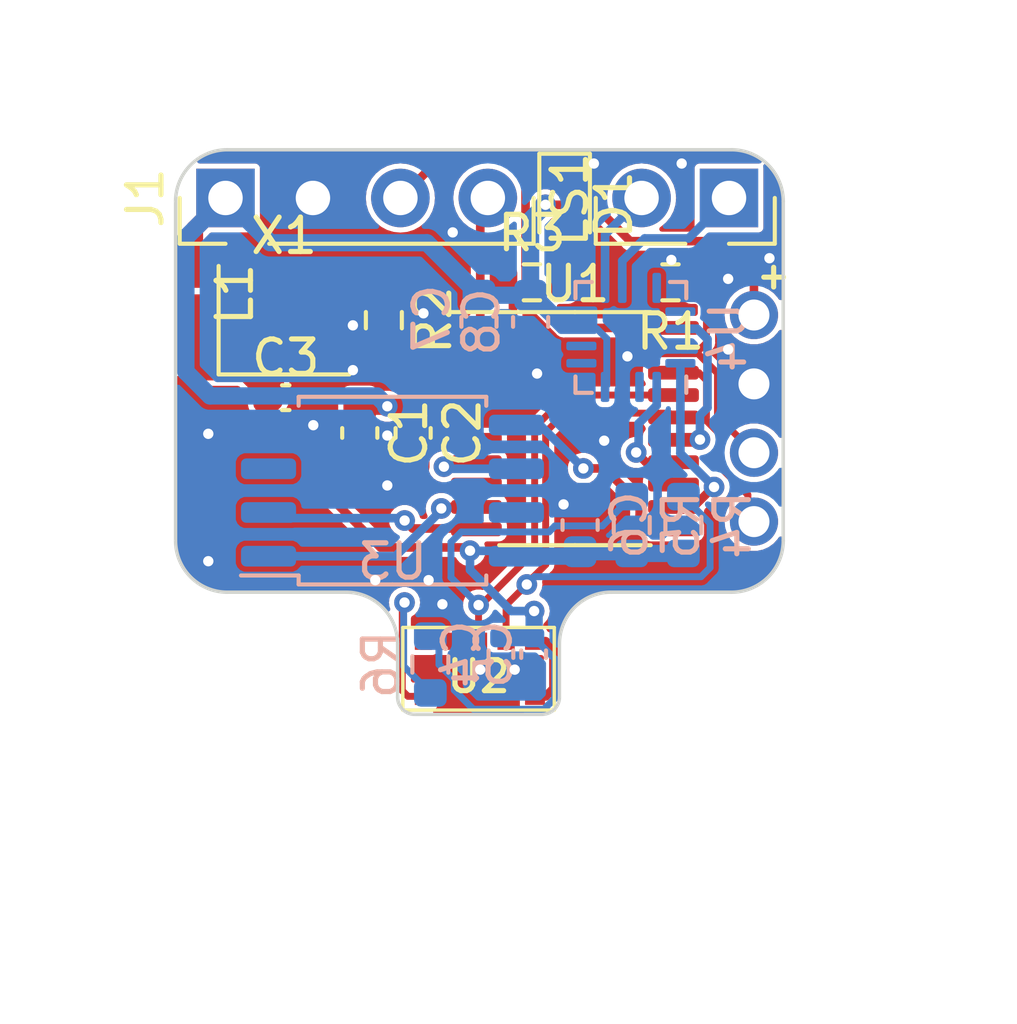
<source format=kicad_pcb>
(kicad_pcb (version 20221018) (generator pcbnew)
  (layers (0 "F.Cu" signal) (31 "B.Cu" signal) (34 "B.Paste" user) (35 "F.Paste" user) (36 "B.SilkS" user "B.Silkscreen") (37 "F.SilkS" user "F.Silkscreen") (38 "B.Mask" user) (39 "F.Mask" user) (44 "Edge.Cuts" user))
  (net 0 "")
  (net 1 "VDD")
  (net 2 "GND")
  (net 3 "Net-(X1-EN)")
  (net 4 "ACT_LED")
  (net 5 "SWCLK")
  (net 6 "SWDIO")
  (net 7 "I2C1_SCL")
  (net 8 "I2C1_SDA")
  (net 9 "Net-(U4-OUTN)")
  (net 10 "Net-(U4-OUTP)")
  (net 11 "Net-(X1-OUT)")
  (net 12 "Net-(U1-PC14{slash}PB9)")
  (net 13 "I2C2_SCL")
  (net 14 "I2C2_SDA")
  (net 15 "Net-(U2-XSHUT)")
  (net 17 "SPI2_SCK")
  (net 18 "SPI2_CSx")
  (net 20 "SPI2_MISO")
  (net 21 "SPI2_MOSI")
  (net 22 "I2S1_CK")
  (net 24 "I2S1_SD")
  (net 25 "I2S1_WS")
  (net 35 "Net-(D1-A)")
  (footprint "Capacitor_SMD:C_0402_1005Metric" (layer "F.Cu") (at 48 34.1)
    (fp_text reference "C3" (at 0 -1.16) (layer "F.SilkS"))
    (fp_text value "100n")
    (fp_line (start -0.107836 -0.36) (end 0.107836 -0.36) (stroke (width 0.12)) (layer "F.SilkS"))
    (fp_line (start -0.107836 0.36) (end 0.107836 0.36) (stroke (width 0.12)) (layer "F.SilkS"))
    (pad "1" smd roundrect (at -0.48 0) (size 0.56 0.62) (layers "F.Cu" "F.Paste" "F.Mask") (net 3 "Net-(X1-EN)"))
    (pad "2" smd roundrect (at 0.48 0) (size 0.56 0.62) (layers "F.Cu" "F.Paste" "F.Mask") (net 2 "GND"))
  )
  (footprint "Package_SO:TSSOP-20_4.4x6.5mm_P0.65mm" (layer "F.Cu") (at 56.4 35)
    (fp_text reference "U1" (at 0 -4.2) (layer "F.SilkS"))
    (fp_text value "STM32G030F6Px")
    (fp_line (start 0 -3.385) (end -3.6 -3.385) (stroke (width 0.12)) (layer "F.SilkS"))
    (fp_line (start 0 -3.385) (end 2.2 -3.385) (stroke (width 0.12)) (layer "F.SilkS"))
    (fp_line (start 0 3.385) (end -2.2 3.385) (stroke (width 0.12)) (layer "F.SilkS"))
    (fp_line (start 0 3.385) (end 2.2 3.385) (stroke (width 0.12)) (layer "F.SilkS"))
    (pad "1" smd roundrect (at -2.8625 -2.925) (size 1.475 0.4) (layers "F.Cu" "F.Paste" "F.Mask") (net 8 "I2C1_SDA"))
    (pad "2" smd roundrect (at -2.8625 -2.275) (size 1.475 0.4) (layers "F.Cu" "F.Paste" "F.Mask") (net 12 "Net-(U1-PC14{slash}PB9)"))
    (pad "3" smd roundrect (at -2.8625 -1.625) (size 1.475 0.4) (layers "F.Cu" "F.Paste" "F.Mask") (net 4 "ACT_LED"))
    (pad "4" smd roundrect (at -2.8625 -0.975) (size 1.475 0.4) (layers "F.Cu" "F.Paste" "F.Mask") (net 1 "VDD"))
    (pad "5" smd roundrect (at -2.8625 -0.325) (size 1.475 0.4) (layers "F.Cu" "F.Paste" "F.Mask") (net 2 "GND"))
    (pad "6" smd roundrect (at -2.8625 0.325) (size 1.475 0.4) (layers "F.Cu" "F.Paste" "F.Mask"))
    (pad "7" smd roundrect (at -2.8625 0.975) (size 1.475 0.4) (layers "F.Cu" "F.Paste" "F.Mask") (net 17 "SPI2_SCK"))
    (pad "8" smd roundrect (at -2.8625 1.625) (size 1.475 0.4) (layers "F.Cu" "F.Paste" "F.Mask"))
    (pad "9" smd roundrect (at -2.8625 2.275) (size 1.475 0.4) (layers "F.Cu" "F.Paste" "F.Mask") (net 18 "SPI2_CSx"))
    (pad "10" smd roundrect (at -2.8625 2.925) (size 1.475 0.4) (layers "F.Cu" "F.Paste" "F.Mask") (net 20 "SPI2_MISO"))
    (pad "11" smd roundrect (at 2.8625 2.925) (size 1.475 0.4) (layers "F.Cu" "F.Paste" "F.Mask") (net 21 "SPI2_MOSI"))
    (pad "12" smd roundrect (at 2.8625 2.275) (size 1.475 0.4) (layers "F.Cu" "F.Paste" "F.Mask") (net 22 "I2S1_CK"))
    (pad "13" smd roundrect (at 2.8625 1.625) (size 1.475 0.4) (layers "F.Cu" "F.Paste" "F.Mask"))
    (pad "14" smd roundrect (at 2.8625 0.975) (size 1.475 0.4) (layers "F.Cu" "F.Paste" "F.Mask") (net 24 "I2S1_SD"))
    (pad "15" smd roundrect (at 2.8625 0.325) (size 1.475 0.4) (layers "F.Cu" "F.Paste" "F.Mask") (net 25 "I2S1_WS"))
    (pad "16" smd roundrect (at 2.8625 -0.325) (size 1.475 0.4) (layers "F.Cu" "F.Paste" "F.Mask") (net 13 "I2C2_SCL"))
    (pad "17" smd roundrect (at 2.8625 -0.975) (size 1.475 0.4) (layers "F.Cu" "F.Paste" "F.Mask") (net 14 "I2C2_SDA"))
    (pad "18" smd roundrect (at 2.8625 -1.625) (size 1.475 0.4) (layers "F.Cu" "F.Paste" "F.Mask") (net 6 "SWDIO"))
    (pad "19" smd roundrect (at 2.8625 -2.275) (size 1.475 0.4) (layers "F.Cu" "F.Paste" "F.Mask") (net 5 "SWCLK"))
    (pad "20" smd roundrect (at 2.8625 -2.925) (size 1.475 0.4) (layers "F.Cu" "F.Paste" "F.Mask") (net 7 "I2C1_SCL"))
  )
  (footprint "Capacitor_SMD:C_0603_1608Metric" (layer "F.Cu") (at 51.7 35.125 -90)
    (fp_text reference "C2" (at 0 -1.43 90) (layer "F.SilkS"))
    (fp_text value "100n")
    (fp_line (start -0.14058 -0.51) (end 0.14058 -0.51) (stroke (width 0.12)) (layer "F.SilkS"))
    (fp_line (start -0.14058 0.51) (end 0.14058 0.51) (stroke (width 0.12)) (layer "F.SilkS"))
    (pad "1" smd roundrect (at -0.775 0 270) (size 0.9 0.95) (layers "F.Cu" "F.Paste" "F.Mask") (net 1 "VDD"))
    (pad "2" smd roundrect (at 0.775 0 270) (size 0.9 0.95) (layers "F.Cu" "F.Paste" "F.Mask") (net 2 "GND"))
  )
  (footprint "Flowerbed_footprints:VL53L0X" (layer "F.Cu") (at 53.6 42.2)
    (fp_text reference "U2" (at 0 0) (layer "F.SilkS") (effects (font (size 0.9 0.9) (thickness 0.15) bold)))
    (fp_text value "VL53L0X" hide)
    (fp_line (start -2.2 -1.425) (end 2.2 -1.425) (stroke (width 0.1)) (layer "F.SilkS"))
    (fp_line (start -2.2 0.975) (end -2.2 -1.425) (stroke (width 0.1)) (layer "F.SilkS"))
    (fp_line (start 2.2 -1.425) (end 2.2 0.975) (stroke (width 0.1)) (layer "F.SilkS"))
    (fp_line (start 2.2 0.975) (end -2.2 0.975) (stroke (width 0.1)) (layer "F.SilkS"))
    (pad "1" smd rect (at 1.64 0.575 90) (size 0.5 0.58) (layers "F.Cu" "F.Paste" "F.Mask") (net 1 "VDD"))
    (pad "2" smd rect (at 0.8 0.575 90) (size 0.5 0.5) (layers "F.Cu" "F.Paste" "F.Mask") (net 2 "GND"))
    (pad "3" smd rect (at 0 0.575 90) (size 0.5 0.5) (layers "F.Cu" "F.Paste" "F.Mask") (net 2 "GND"))
    (pad "4" smd rect (at -0.8 0.575 90) (size 0.5 0.5) (layers "F.Cu" "F.Paste" "F.Mask") (net 2 "GND"))
    (pad "5" smd rect (at -1.6 0.575 90) (size 0.5 0.5) (layers "F.Cu" "F.Paste" "F.Mask") (net 15 "Net-(U2-XSHUT)"))
    (pad "6" smd rect (at -1.6 -0.225 90) (size 0.5 0.5) (layers "F.Cu" "F.Paste" "F.Mask") (net 2 "GND"))
    (pad "7" smd rect (at -1.6 -1.025 90) (size 0.5 0.5) (layers "F.Cu" "F.Paste" "F.Mask"))
    (pad "8" smd rect (at -0.8 -1.025 90) (size 0.5 0.5) (layers "F.Cu" "F.Paste" "F.Mask"))
    (pad "9" smd rect (at 0 -1.025 90) (size 0.5 0.5) (layers "F.Cu" "F.Paste" "F.Mask") (net 14 "I2C2_SDA"))
    (pad "10" smd rect (at 0.8 -1.025 90) (size 0.5 0.5) (layers "F.Cu" "F.Paste" "F.Mask") (net 13 "I2C2_SCL"))
    (pad "11" smd rect (at 1.6 -1.025 90) (size 0.5 0.5) (layers "F.Cu" "F.Paste" "F.Mask") (net 1 "VDD"))
    (pad "12" smd rect (at 1.6 -0.225 90) (size 0.5 0.5) (layers "F.Cu" "F.Paste" "F.Mask") (net 2 "GND"))
  )
  (footprint "Resistor_SMD:R_0603_1608Metric" (layer "F.Cu") (at 50.85 31.85 -90)
    (fp_text reference "R2" (at 0 -1.43 90) (layer "F.SilkS"))
    (fp_text value "0 TBD")
    (fp_line (start -0.237258 -0.5225) (end 0.237258 -0.5225) (stroke (width 0.12)) (layer "F.SilkS"))
    (fp_line (start -0.237258 0.5225) (end 0.237258 0.5225) (stroke (width 0.12)) (layer "F.SilkS"))
    (pad "1" smd roundrect (at -0.825 0 270) (size 0.8 0.95) (layers "F.Cu" "F.Paste" "F.Mask") (net 11 "Net-(X1-OUT)"))
    (pad "2" smd roundrect (at 0.825 0 270) (size 0.8 0.95) (layers "F.Cu" "F.Paste" "F.Mask") (net 12 "Net-(U1-PC14{slash}PB9)"))
  )
  (footprint "Connector_PinHeader_2.54mm:PinHeader_1x04_P2.54mm_Vertical" (layer "F.Cu") (at 46.25 28.3 90)
    (fp_text reference "J1" (at 0 -2.33 90) (layer "F.SilkS"))
    (fp_text value "Conn_01x04")
    (fp_line (start -1.33 -1.33) (end 0 -1.33) (stroke (width 0.12)) (layer "F.SilkS"))
    (fp_line (start -1.33 0) (end -1.33 -1.33) (stroke (width 0.12)) (layer "F.SilkS"))
    (fp_line (start -1.33 1.27) (end -1.33 8.95) (stroke (width 0.12)) (layer "F.SilkS"))
    (fp_line (start -1.33 8.95) (end 0 8.95) (stroke (width 0.12)) (layer "F.SilkS"))
    (pad "1" thru_hole rect (at 0 0 90) (size 1.7 1.7) (drill 1) (layers "*.Cu" "*.Mask") (net 1 "VDD"))
    (pad "2" thru_hole oval (at 0 2.54 90) (size 1.7 1.7) (drill 1) (layers "*.Cu" "*.Mask") (net 2 "GND"))
    (pad "3" thru_hole oval (at 0 5.08 90) (size 1.7 1.7) (drill 1) (layers "*.Cu" "*.Mask") (net 7 "I2C1_SCL"))
    (pad "4" thru_hole oval (at 0 7.62 90) (size 1.7 1.7) (drill 1) (layers "*.Cu" "*.Mask") (net 8 "I2C1_SDA"))
  )
  (footprint "LED_SMD:LED_0603_1608Metric" (layer "F.Cu") (at 56.1 28.5 -90)
    (fp_text reference "D1" (at 0 -1.43 -270) (layer "F.SilkS"))
    (fp_text value "Green")
    (fp_line (start -1.485 -0.735) (end -1.485 0.735) (stroke (width 0.12)) (layer "F.SilkS"))
    (fp_line (start -1.485 0.735) (end 0.8 0.735) (stroke (width 0.12)) (layer "F.SilkS"))
    (fp_line (start 0.8 -0.735) (end -1.485 -0.735) (stroke (width 0.12)) (layer "F.SilkS"))
    (pad "1" smd roundrect (at -0.7875 0 270) (size 0.875 0.95) (layers "F.Cu" "F.Paste" "F.Mask") (net 2 "GND"))
    (pad "2" smd roundrect (at 0.7875 0 270) (size 0.875 0.95) (layers "F.Cu" "F.Paste" "F.Mask") (net 35 "Net-(D1-A)"))
  )
  (footprint "Flowerbed_footprints:TestPoints_1x04_P2.0" (layer "F.Cu") (at 61.6 34.7 -90)
    (fp_text reference "J2" hide)
    (fp_text value "Conn_01x04")
    (fp_text user "+" (at -4.1 -0.625 -90 unlocked) (layer "F.SilkS") (effects (font (size 0.75 0.75))))
    (pad "1" thru_hole circle (at -3 0 270) (size 1.4 1.4) (drill 0.9) (layers "*.Cu" "*.Mask") (net 1 "VDD"))
    (pad "2" thru_hole circle (at -1 0 270) (size 1.4 1.4) (drill 0.9) (layers "*.Cu" "*.Mask") (net 2 "GND"))
    (pad "3" thru_hole circle (at 1 0 270) (size 1.4 1.4) (drill 0.9) (layers "*.Cu" "*.Mask") (net 5 "SWCLK"))
    (pad "4" thru_hole circle (at 3 0 270) (size 1.4 1.4) (drill 0.9) (layers "*.Cu" "*.Mask") (net 6 "SWDIO"))
  )
  (footprint "Capacitor_SMD:C_0603_1608Metric" (layer "F.Cu") (at 50.15 35.125 -90)
    (fp_text reference "C1" (at 0 -1.43 90) (layer "F.SilkS"))
    (fp_text value "4.7u")
    (fp_line (start -0.14058 -0.51) (end 0.14058 -0.51) (stroke (width 0.12)) (layer "F.SilkS"))
    (fp_line (start -0.14058 0.51) (end 0.14058 0.51) (stroke (width 0.12)) (layer "F.SilkS"))
    (pad "1" smd roundrect (at -0.775 0 270) (size 0.9 0.95) (layers "F.Cu" "F.Paste" "F.Mask") (net 1 "VDD"))
    (pad "2" smd roundrect (at 0.775 0 270) (size 0.9 0.95) (layers "F.Cu" "F.Paste" "F.Mask") (net 2 "GND"))
  )
  (footprint "Connector_PinHeader_2.54mm:PinHeader_1x02_P2.54mm_Vertical" (layer "F.Cu") (at 60.875 28.3 -90)
    (fp_text reference "LS1" (at 0.05 4.625 90) (layer "F.SilkS"))
    (fp_text value "Speaker")
    (fp_line (start 0 3.87) (end 1.33 3.87) (stroke (width 0.12)) (layer "F.SilkS"))
    (fp_line (start 1.33 -1.33) (end 0 -1.33) (stroke (width 0.12)) (layer "F.SilkS"))
    (fp_line (start 1.33 0) (end 1.33 -1.33) (stroke (width 0.12)) (layer "F.SilkS"))
    (fp_line (start 1.33 1.27) (end 1.33 3.87) (stroke (width 0.12)) (layer "F.SilkS"))
    (pad "1" thru_hole rect (at 0 0 270) (size 1.7 1.7) (drill 1) (layers "*.Cu" "*.Mask") (net 9 "Net-(U4-OUTN)"))
    (pad "2" thru_hole oval (at 0 2.54 270) (size 1.7 1.7) (drill 1) (layers "*.Cu" "*.Mask") (net 10 "Net-(U4-OUTP)"))
  )
  (footprint "Resistor_SMD:R_0603_1608Metric" (layer "F.Cu") (at 59.175 30.75 180)
    (fp_text reference "R1" (at 0 -1.43) (layer "F.SilkS"))
    (fp_text value "1M")
    (fp_line (start -0.237258 -0.5225) (end 0.237258 -0.5225) (stroke (width 0.12)) (layer "F.SilkS"))
    (fp_line (start -0.237258 0.5225) (end 0.237258 0.5225) (stroke (width 0.12)) (layer "F.SilkS"))
    (pad "1" smd roundrect (at -0.825 0 180) (size 0.8 0.95) (layers "F.Cu" "F.Paste" "F.Mask") (net 5 "SWCLK"))
    (pad "2" smd roundrect (at 0.825 0 180) (size 0.8 0.95) (layers "F.Cu" "F.Paste" "F.Mask") (net 2 "GND"))
  )
  (footprint "Resistor_SMD:R_0603_1608Metric" (layer "F.Cu") (at 55.15 30.75)
    (fp_text reference "R3" (at 0 -1.43) (layer "F.SilkS"))
    (fp_text value "2k TBD")
    (fp_line (start -0.237258 -0.5225) (end 0.237258 -0.5225) (stroke (width 0.12)) (layer "F.SilkS"))
    (fp_line (start -0.237258 0.5225) (end 0.237258 0.5225) (stroke (width 0.12)) (layer "F.SilkS"))
    (pad "1" smd roundrect (at -0.825 0) (size 0.8 0.95) (layers "F.Cu" "F.Paste" "F.Mask") (net 4 "ACT_LED"))
    (pad "2" smd roundrect (at 0.825 0) (size 0.8 0.95) (layers "F.Cu" "F.Paste" "F.Mask") (net 35 "Net-(D1-A)"))
  )
  (footprint "Inductor_SMD:L_0402_1005Metric" (layer "F.Cu") (at 45.35 31.1 -90)
    (fp_text reference "L1" (at 0 -1.17 90) (layer "F.SilkS"))
    (fp_text value "10n")
    (pad "1" smd roundrect (at -0.485 0 270) (size 0.59 0.64) (layers "F.Cu" "F.Paste" "F.Mask") (net 1 "VDD"))
    (pad "2" smd roundrect (at 0.485 0 270) (size 0.59 0.64) (layers "F.Cu" "F.Paste" "F.Mask") (net 3 "Net-(X1-EN)"))
  )
  (footprint "Oscillator:Oscillator_SMD_Abracon_ASE-4Pin_3.2x2.5mm" (layer "F.Cu") (at 47.95 31.85)
    (fp_text reference "X1" (at 0 -2.45) (layer "F.SilkS"))
    (fp_text value "12.288MHz")
    (fp_line (start -1.9 -1.575) (end -1.9 1.575) (stroke (width 0.12)) (layer "F.SilkS"))
    (fp_line (start -1.9 1.575) (end 1.9 1.575) (stroke (width 0.12)) (layer "F.SilkS"))
    (pad "1" smd rect (at -1.05 0.825) (size 1.3 1.1) (layers "F.Cu" "F.Paste" "F.Mask") (net 3 "Net-(X1-EN)"))
    (pad "2" smd rect (at 1.05 0.825) (size 1.3 1.1) (layers "F.Cu" "F.Paste" "F.Mask") (net 2 "GND"))
    (pad "3" smd rect (at 1.05 -0.825) (size 1.3 1.1) (layers "F.Cu" "F.Paste" "F.Mask") (net 11 "Net-(X1-OUT)"))
    (pad "4" smd rect (at -1.05 -0.825) (size 1.3 1.1) (layers "F.Cu" "F.Paste" "F.Mask") (net 3 "Net-(X1-EN)"))
  )
  (footprint "Package_SO:SOIC-8_5.23x5.23mm_P1.27mm" (layer "B.Cu") (at 51.1 36.8)
    (fp_text reference "U3" (at 0 2.06) (layer "B.SilkS") (effects (justify mirror)))
    (fp_text value "W25Q16JVSS")
    (fp_line (start -2.725 -2.725) (end -2.725 -2.465) (stroke (width 0.12)) (layer "B.SilkS"))
    (fp_line (start -2.725 2.465) (end -4.4 2.465) (stroke (width 0.12)) (layer "B.SilkS"))
    (fp_line (start -2.725 2.725) (end -2.725 2.465) (stroke (width 0.12)) (layer "B.SilkS"))
    (fp_line (start 0 -2.725) (end -2.725 -2.725) (stroke (width 0.12)) (layer "B.SilkS"))
    (fp_line (start 0 -2.725) (end 2.725 -2.725) (stroke (width 0.12)) (layer "B.SilkS"))
    (fp_line (start 0 2.725) (end -2.725 2.725) (stroke (width 0.12)) (layer "B.SilkS"))
    (fp_line (start 0 2.725) (end 2.725 2.725) (stroke (width 0.12)) (layer "B.SilkS"))
    (fp_line (start 2.725 -2.725) (end 2.725 -2.465) (stroke (width 0.12)) (layer "B.SilkS"))
    (fp_line (start 2.725 2.725) (end 2.725 2.465) (stroke (width 0.12)) (layer "B.SilkS"))
    (pad "1" smd roundrect (at -3.6 1.905) (size 1.6 0.6) (layers "B.Cu" "B.Paste" "B.Mask") (net 18 "SPI2_CSx"))
    (pad "2" smd roundrect (at -3.6 0.635) (size 1.6 0.6) (layers "B.Cu" "B.Paste" "B.Mask") (net 20 "SPI2_MISO"))
    (pad "3" smd roundrect (at -3.6 -0.635) (size 1.6 0.6) (layers "B.Cu" "B.Paste" "B.Mask"))
    (pad "4" smd roundrect (at -3.6 -1.905) (size 1.6 0.6) (layers "B.Cu" "B.Paste" "B.Mask") (net 2 "GND"))
    (pad "5" smd roundrect (at 3.6 -1.905) (size 1.6 0.6) (layers "B.Cu" "B.Paste" "B.Mask") (net 21 "SPI2_MOSI"))
    (pad "6" smd roundrect (at 3.6 -0.635) (size 1.6 0.6) (layers "B.Cu" "B.Paste" "B.Mask") (net 17 "SPI2_SCK"))
    (pad "7" smd roundrect (at 3.6 0.635) (size 1.6 0.6) (layers "B.Cu" "B.Paste" "B.Mask"))
    (pad "8" smd roundrect (at 3.6 1.905) (size 1.6 0.6) (layers "B.Cu" "B.Paste" "B.Mask") (net 1 "VDD"))
  )
  (footprint "Resistor_SMD:R_0603_1608Metric" (layer "B.Cu") (at 59.55 37.8 90)
    (fp_text reference "R4" (at 0 1.43 90) (layer "B.SilkS") (effects (justify mirror)))
    (fp_text value "2k")
    (fp_line (start -0.237258 -0.5225) (end 0.237258 -0.5225) (stroke (width 0.12)) (layer "B.SilkS"))
    (fp_line (start -0.237258 0.5225) (end 0.237258 0.5225) (stroke (width 0.12)) (layer "B.SilkS"))
    (pad "1" smd roundrect (at -0.825 0 90) (size 0.8 0.95) (layers "B.Cu" "B.Paste" "B.Mask") (net 1 "VDD"))
    (pad "2" smd roundrect (at 0.825 0 90) (size 0.8 0.95) (layers "B.Cu" "B.Paste" "B.Mask") (net 13 "I2C2_SCL"))
  )
  (footprint "Capacitor_SMD:C_0603_1608Metric" (layer "B.Cu") (at 56.55 37.8 90)
    (fp_text reference "C6" (at 0 1.43 90) (layer "B.SilkS") (effects (justify mirror)))
    (fp_text value "100n")
    (fp_line (start -0.14058 -0.51) (end 0.14058 -0.51) (stroke (width 0.12)) (layer "B.SilkS"))
    (fp_line (start -0.14058 0.51) (end 0.14058 0.51) (stroke (width 0.12)) (layer "B.SilkS"))
    (pad "1" smd roundrect (at -0.775 0 90) (size 0.9 0.95) (layers "B.Cu" "B.Paste" "B.Mask") (net 1 "VDD"))
    (pad "2" smd roundrect (at 0.775 0 90) (size 0.9 0.95) (layers "B.Cu" "B.Paste" "B.Mask") (net 2 "GND"))
  )
  (footprint "Resistor_SMD:R_0603_1608Metric" (layer "B.Cu") (at 52.2 41.85 -90)
    (fp_text reference "R6" (at 0 1.43 90) (layer "B.SilkS") (effects (justify mirror)))
    (fp_text value "10k")
    (fp_line (start -0.237258 -0.5225) (end 0.237258 -0.5225) (stroke (width 0.12)) (layer "B.SilkS"))
    (fp_line (start -0.237258 0.5225) (end 0.237258 0.5225) (stroke (width 0.12)) (layer "B.SilkS"))
    (pad "1" smd roundrect (at -0.825 0 270) (size 0.8 0.95) (layers "B.Cu" "B.Paste" "B.Mask") (net 1 "VDD"))
    (pad "2" smd roundrect (at 0.825 0 270) (size 0.8 0.95) (layers "B.Cu" "B.Paste" "B.Mask") (net 15 "Net-(U2-XSHUT)"))
  )
  (footprint "Capacitor_SMD:C_0402_1005Metric" (layer "B.Cu") (at 54.25 41.55 -90)
    (fp_text reference "C4" (at 0 1.16 90) (layer "B.SilkS") (effects (justify mirror)))
    (fp_text value "4.7u")
    (fp_line (start -0.107836 -0.36) (end 0.107836 -0.36) (stroke (width 0.12)) (layer "B.SilkS"))
    (fp_line (start -0.107836 0.36) (end 0.107836 0.36) (stroke (width 0.12)) (layer "B.SilkS"))
    (pad "1" smd roundrect (at -0.48 0 270) (size 0.56 0.62) (layers "B.Cu" "B.Paste" "B.Mask") (net 1 "VDD"))
    (pad "2" smd roundrect (at 0.48 0 270) (size 0.56 0.62) (layers "B.Cu" "B.Paste" "B.Mask") (net 2 "GND"))
  )
  (footprint "Capacitor_SMD:C_0603_1608Metric" (layer "B.Cu") (at 53.6125 31.9 -90)
    (fp_text reference "C7" (at -0.1 1.375 90) (layer "B.SilkS") (effects (justify mirror)))
    (fp_text value "10u")
    (fp_line (start -0.14058 -0.51) (end 0.14058 -0.51) (stroke (width 0.12)) (layer "B.SilkS"))
    (fp_line (start -0.14058 0.51) (end 0.14058 0.51) (stroke (width 0.12)) (layer "B.SilkS"))
    (pad "1" smd roundrect (at -0.775 0 270) (size 0.9 0.95) (layers "B.Cu" "B.Paste" "B.Mask") (net 1 "VDD"))
    (pad "2" smd roundrect (at 0.775 0 270) (size 0.9 0.95) (layers "B.Cu" "B.Paste" "B.Mask") (net 2 "GND"))
  )
  (footprint "Flowerbed_footprints:QFN-16_3x3mm_P0.5mm" (layer "B.Cu") (at 58.025 32.35 90)
    (fp_text reference "U4" (at 0 2.82 270) (layer "B.SilkS") (effects (justify mirror)))
    (fp_text value "MAX98357AETE+")
    (fp_line (start -1.61 -1.61) (end -1.61 -1.135) (stroke (width 0.12)) (layer "B.SilkS"))
    (fp_line (start -1.135 -1.61) (end -1.61 -1.61) (stroke (width 0.12)) (layer "B.SilkS"))
    (fp_line (start -1.135 1.61) (end -1.61 1.61) (stroke (width 0.12)) (layer "B.SilkS"))
    (fp_line (start 1.135 -1.61) (end 1.61 -1.61) (stroke (width 0.12)) (layer "B.SilkS"))
    (fp_line (start 1.135 1.61) (end 1.61 1.61) (stroke (width 0.12)) (layer "B.SilkS"))
    (fp_line (start 1.61 -1.61) (end 1.61 -1.135) (stroke (width 0.12)) (layer "B.SilkS"))
    (fp_line (start 1.61 1.61) (end 1.61 1.135) (stroke (width 0.12)) (layer "B.SilkS"))
    (pad "1" smd roundrect (at -1.4375 0.75 90) (size 0.875 0.25) (layers "B.Cu" "B.Paste" "B.Mask") (net 24 "I2S1_SD"))
    (pad "2" smd roundrect (at -1.4375 0.25 90) (size 0.875 0.25) (layers "B.Cu" "B.Paste" "B.Mask"))
    (pad "3" smd roundrect (at -1.4375 -0.25 90) (size 0.875 0.25) (layers "B.Cu" "B.Paste" "B.Mask") (net 2 "GND"))
    (pad "4" smd roundrect (at -1.4375 -0.75 90) (size 0.875 0.25) (layers "B.Cu" "B.Paste" "B.Mask") (net 1 "VDD"))
    (pad "5" smd roundrect (at -0.75 -1.4375 90) (size 0.25 0.875) (layers "B.Cu" "B.Paste" "B.Mask"))
    (pad "6" smd roundrect (at -0.25 -1.4375 90) (size 0.25 0.875) (layers "B.Cu" "B.Paste" "B.Mask"))
    (pad "7" smd roundrect (at 0.25 -1.4375 90) (size 0.25 0.875) (layers "B.Cu" "B.Paste" "B.Mask") (net 1 "VDD"))
    (pad "8" smd roundrect (at 0.75 -1.4375 90) (size 0.25 0.875) (layers "B.Cu" "B.Paste" "B.Mask") (net 1 "VDD"))
    (pad "9" smd roundrect (at 1.4375 -0.75 90) (size 0.875 0.25) (layers "B.Cu" "B.Paste" "B.Mask") (net 10 "Net-(U4-OUTP)"))
    (pad "10" smd roundrect (at 1.4375 -0.25 90) (size 0.875 0.25) (layers "B.Cu" "B.Paste" "B.Mask") (net 9 "Net-(U4-OUTN)"))
    (pad "11" smd roundrect (at 1.4375 0.25 90) (size 0.875 0.25) (layers "B.Cu" "B.Paste" "B.Mask") (net 2 "GND"))
    (pad "12" smd roundrect (at 1.4375 0.75 90) (size 0.875 0.25) (layers "B.Cu" "B.Paste" "B.Mask"))
    (pad "13" smd roundrect (at 0.75 1.4375 90) (size 0.25 0.875) (layers "B.Cu" "B.Paste" "B.Mask"))
    (pad "14" smd roundrect (at 0.25 1.4375 90) (size 0.25 0.875) (layers "B.Cu" "B.Paste" "B.Mask") (net 25 "I2S1_WS"))
    (pad "15" smd roundrect (at -0.25 1.4375 90) (size 0.25 0.875) (layers "B.Cu" "B.Paste" "B.Mask") (net 2 "GND"))
    (pad "16" smd roundrect (at -0.75 1.4375 90) (size 0.25 0.875) (layers "B.Cu" "B.Paste" "B.Mask") (net 22 "I2S1_CK"))
    (pad "17" smd roundrect (at 0 0 90) (size 0.5 0.5) (layers "B.Cu" "B.Paste" "B.Mask") (net 2 "GND"))
  )
  (footprint "Resistor_SMD:R_0603_1608Metric" (layer "B.Cu") (at 58.05 37.8 90)
    (fp_text reference "R5" (at 0 1.43 90) (layer "B.SilkS") (effects (justify mirror)))
    (fp_text value "2k")
    (fp_line (start -0.237258 -0.5225) (end 0.237258 -0.5225) (stroke (width 0.12)) (layer "B.SilkS"))
    (fp_line (start -0.237258 0.5225) (end 0.237258 0.5225) (stroke (width 0.12)) (layer "B.SilkS"))
    (pad "1" smd roundrect (at -0.825 0 90) (size 0.8 0.95) (layers "B.Cu" "B.Paste" "B.Mask") (net 1 "VDD"))
    (pad "2" smd roundrect (at 0.825 0 90) (size 0.8 0.95) (layers "B.Cu" "B.Paste" "B.Mask") (net 14 "I2C2_SDA"))
  )
  (footprint "Capacitor_SMD:C_0402_1005Metric" (layer "B.Cu") (at 55.2 41.55 -90)
    (fp_text reference "C5" (at 0 1.16 90) (layer "B.SilkS") (effects (justify mirror)))
    (fp_text value "100n")
    (fp_line (start -0.107836 -0.36) (end 0.107836 -0.36) (stroke (width 0.12)) (layer "B.SilkS"))
    (fp_line (start -0.107836 0.36) (end 0.107836 0.36) (stroke (width 0.12)) (layer "B.SilkS"))
    (pad "1" smd roundrect (at -0.48 0 270) (size 0.56 0.62) (layers "B.Cu" "B.Paste" "B.Mask") (net 1 "VDD"))
    (pad "2" smd roundrect (at 0.48 0 270) (size 0.56 0.62) (layers "B.Cu" "B.Paste" "B.Mask") (net 2 "GND"))
  )
  (footprint "Capacitor_SMD:C_0603_1608Metric" (layer "B.Cu") (at 55.1125 31.9 -90)
    (fp_text reference "C8" (at 0 1.43 90) (layer "B.SilkS") (effects (justify mirror)))
    (fp_text value "100n")
    (fp_line (start -0.14058 -0.51) (end 0.14058 -0.51) (stroke (width 0.12)) (layer "B.SilkS"))
    (fp_line (start -0.14058 0.51) (end 0.14058 0.51) (stroke (width 0.12)) (layer "B.SilkS"))
    (pad "1" smd roundrect (at -0.775 0 270) (size 0.9 0.95) (layers "B.Cu" "B.Paste" "B.Mask") (net 1 "VDD"))
    (pad "2" smd roundrect (at 0.775 0 270) (size 0.9 0.95) (layers "B.Cu" "B.Paste" "B.Mask") (net 2 "GND"))
  )
  (gr_arc (start 44.8 28.4) (mid 45.23934 27.33934) (end 46.3 26.9) (stroke (width 0.1)) (layer "Edge.Cuts"))
  (gr_arc (start 46.3 39.75) (mid 45.23934 39.31066) (end 44.8 38.25) (stroke (width 0.1)) (layer "Edge.Cuts"))
  (gr_line (start 51.75 43.3) (end 55.45 43.3) (stroke (width 0.1)) (layer "Edge.Cuts"))
  (gr_line (start 57.45 39.75) (end 60.95 39.75) (stroke (width 0.1)) (layer "Edge.Cuts"))
  (gr_line (start 51.25 41.25) (end 51.25 42.8) (stroke (width 0.1)) (layer "Edge.Cuts"))
  (gr_line (start 55.95 41.25) (end 55.95 42.8) (stroke (width 0.1)) (layer "Edge.Cuts"))
  (gr_arc (start 51.75 43.3) (mid 51.396447 43.153553) (end 51.25 42.8) (stroke (width 0.1)) (layer "Edge.Cuts"))
  (gr_line (start 46.3 26.9) (end 60.95 26.9) (stroke (width 0.1)) (layer "Edge.Cuts"))
  (gr_line (start 46.3 39.75) (end 49.75 39.75) (stroke (width 0.1)) (layer "Edge.Cuts"))
  (gr_arc (start 49.75 39.75) (mid 50.81066 40.18934) (end 51.25 41.25) (stroke (width 0.1)) (layer "Edge.Cuts"))
  (gr_line (start 44.8 28.4) (end 44.8 38.25) (stroke (width 0.1)) (layer "Edge.Cuts"))
  (gr_arc (start 55.95 41.25) (mid 56.38934 40.18934) (end 57.45 39.75) (stroke (width 0.1)) (layer "Edge.Cuts"))
  (gr_arc (start 62.45 38.25) (mid 62.01066 39.31066) (end 60.95 39.75) (stroke (width 0.1)) (layer "Edge.Cuts"))
  (gr_arc (start 60.95 26.9) (mid 62.01066 27.33934) (end 62.45 28.4) (stroke (width 0.1)) (layer "Edge.Cuts"))
  (gr_line (start 62.45 28.4) (end 62.45 38.25) (stroke (width 0.1)) (layer "Edge.Cuts"))
  (gr_arc (start 55.95 42.796447) (mid 55.803553 43.15) (end 55.45 43.296447) (stroke (width 0.1)) (layer "Edge.Cuts"))
  (segment (start 55.55 42.775) (end 55.24 42.775) (width 0.25) (layer "F.Cu") (net 1))
  (segment (start 55.775 42.55) (end 55.55 42.775) (width 0.25) (layer "F.Cu") (net 1))
  (segment (start 60.7045 29.5545) (end 61.6 30.45) (width 0.25) (layer "F.Cu") (net 1))
  (segment (start 45.35 29.2) (end 46.25 28.3) (width 0.5) (layer "F.Cu") (net 1))
  (segment (start 50.75 38.45) (end 49.4 37.1) (width 0.25) (layer "F.Cu") (net 1))
  (segment (start 52.025 34.025) (end 53.5375 34.025) (width 0.5) (layer "F.Cu") (net 1))
  (segment (start 50.95 34.35) (end 51.7 34.35) (width 0.5) (layer "F.Cu") (net 1))
  (segment (start 61.6 30.45) (end 61.6 31.7) (width 0.25) (layer "F.Cu") (net 1))
  (segment (start 53.257593 38.45) (end 50.75 38.45) (width 0.25) (layer "F.Cu") (net 1))
  (segment (start 49.4 35.1) (end 50.15 34.35) (width 0.25) (layer "F.Cu") (net 1))
  (segment (start 58.0045 29.5545) (end 60.7045 29.5545) (width 0.25) (layer "F.Cu") (net 1))
  (segment (start 55.2 41.175) (end 55.55 41.175) (width 0.25) (layer "F.Cu") (net 1))
  (segment (start 56.948021 28.498021) (end 58.0045 29.5545) (width 0.25) (layer "F.Cu") (net 1))
  (segment (start 55.214425 40.298059) (end 55.2 40.312484) (width 0.25) (layer "F.Cu") (net 1))
  (segment (start 55.775 41.4) (end 55.775 42.55) (width 0.25) (layer "F.Cu") (net 1))
  (segment (start 50.95 34.35) (end 50.15 34.35) (width 0.5) (layer "F.Cu") (net 1))
  (segment (start 53.352093 38.5445) (end 53.257593 38.45) (width 0.25) (layer "F.Cu") (net 1))
  (segment (start 49.4 37.1) (end 49.4 35.1) (width 0.25) (layer "F.Cu") (net 1))
  (segment (start 55.2 40.312484) (end 55.2 41.175) (width 0.25) (layer "F.Cu") (net 1))
  (segment (start 55.544233 28.498021) (end 56.948021 28.498021) (width 0.25) (layer "F.Cu") (net 1))
  (segment (start 51.7 34.35) (end 52.025 34.025) (width 0.5) (layer "F.Cu") (net 1))
  (segment (start 45.35 30.615) (end 45.35 29.2) (width 0.5) (layer "F.Cu") (net 1))
  (segment (start 55.55 41.175) (end 55.775 41.4) (width 0.25) (layer "F.Cu") (net 1))
  (via (at 53.352093 38.5445) (size 0.6) (drill 0.3) (layers "F.Cu" "B.Cu") (net 1))
  (via (at 55.214425 40.298059) (size 0.6) (drill 0.3) (layers "F.Cu" "B.Cu") (net 1))
  (via (at 50.95 34.35) (size 0.6) (drill 0.3) (layers "F.Cu" "B.Cu") (net 1))
  (via (at 55.544233 28.498021) (size 0.6) (drill 0.3) (layers "F.Cu" "B.Cu") (net 1))
  (segment (start 54.25 41.07) (end 55.2 41.07) (width 0.5) (layer "B.Cu") (net 1))
  (segment (start 52.45 41.275) (end 52.2 41.025) (width 0.2) (layer "B.Cu") (net 1))
  (segment (start 54.545 38.55) (end 54.7 38.705) (width 0.25) (layer "B.Cu") (net 1))
  (segment (start 45.1 33.35) (end 45.1 29.45) (width 0.5) (layer "B.Cu") (net 1))
  (segment (start 55.81 42.84) (end 55.5 43.15) (width 0.2) (layer "B.Cu") (net 1))
  (segment (start 55.544233 28.498021) (end 55.1125 28.929754) (width 0.5) (layer "B.Cu") (net 1))
  (segment (start 47.55 29.6) (end 52.1 29.6) (width 0.5) (layer "B.Cu") (net 1))
  (segment (start 55.214425 40.298059) (end 55.214425 41.060575) (width 0.5) (layer "B.Cu") (net 1))
  (segment (start 50.95 34.35) (end 50.65 34.05) (width 0.5) (layer "B.Cu") (net 1))
  (segment (start 55.1125 28.929754) (end 55.1125 31.125) (width 0.5) (layer "B.Cu") (net 1))
  (segment (start 57.325 33.7375) (end 57.275 33.7875) (width 0.2) (layer "B.Cu") (net 1))
  (segment (start 55.2 41.07) (end 55.81 41.68) (width 0.2) (layer "B.Cu") (net 1))
  (segment (start 53.352093 38.5445) (end 53.357593 38.55) (width 0.25) (layer "B.Cu") (net 1))
  (segment (start 45.1 29.45) (end 46.25 28.3) (width 0.5) (layer "B.Cu") (net 1))
  (segment (start 56.5875 32.1) (end 57.039386 32.1) (width 0.2) (layer "B.Cu") (net 1))
  (segment (start 57.325 32.385614) (end 57.325 33.7375) (width 0.2) (layer "B.Cu") (net 1))
  (segment (start 53.357593 38.55) (end 54.545 38.55) (width 0.25) (layer "B.Cu") (net 1))
  (segment (start 53.352093 39.102093) (end 54.548059 40.298059) (width 0.25) (layer "B.Cu") (net 1))
  (segment (start 55.65 31.6) (end 55.175 31.125) (width 0.5) (layer "B.Cu") (net 1))
  (segment (start 54.548059 40.298059) (end 55.214425 40.298059) (width 0.25) (layer "B.Cu") (net 1))
  (segment (start 53.45 43.15) (end 52.895 42.595) (width 0.2) (layer "B.Cu") (net 1))
  (segment (start 52.45 41.850488) (end 52.45 41.275) (width 0.2) (layer "B.Cu") (net 1))
  (segment (start 46.25 28.3) (end 47.55 29.6) (width 0.5) (layer "B.Cu") (net 1))
  (segment (start 50.65 34.05) (end 45.8 34.05) (width 0.5) (layer "B.Cu") (net 1))
  (segment (start 52.895 42.295488) (end 52.45 41.850488) (width 0.2) (layer "B.Cu") (net 1))
  (segment (start 53.6125 31.1125) (end 53.6125 31.125) (width 0.5) (layer "B.Cu") (net 1))
  (segment (start 56.5875 31.6) (end 55.65 31.6) (width 0.25) (layer "B.Cu") (net 1))
  (segment (start 53.352093 38.5445) (end 53.352093 39.102093) (width 0.25) (layer "B.Cu") (net 1))
  (segment (start 55.214425 41.060575) (end 55.2 41.075) (width 0.5) (layer "B.Cu") (net 1))
  (segment (start 52.1 29.6) (end 53.6125 31.1125) (width 0.5) (layer "B.Cu") (net 1))
  (segment (start 55.5 43.15) (end 53.45 43.15) (width 0.2) (layer "B.Cu") (net 1))
  (segment (start 57.039386 32.1) (end 57.325 32.385614) (width 0.2) (layer "B.Cu") (net 1))
  (segment (start 52.895 42.595) (end 52.895 42.295488) (width 0.2) (layer "B.Cu") (net 1))
  (segment (start 56.55 38.575) (end 58 38.575) (width 0.5) (layer "B.Cu") (net 1))
  (segment (start 53.6125 31.125) (end 55.1125 31.125) (width 0.5) (layer "B.Cu") (net 1))
  (segment (start 56.42 38.705) (end 54.7 38.705) (width 0.5) (layer "B.Cu") (net 1))
  (segment (start 55.81 41.68) (end 55.81 42.84) (width 0.2) (layer "B.Cu") (net 1))
  (segment (start 45.8 34.05) (end 45.1 33.35) (width 0.5) (layer "B.Cu") (net 1))
  (segment (start 55.175 31.125) (end 55.1125 31.125) (width 0.25) (layer "B.Cu") (net 1))
  (segment (start 58 38.575) (end 58.05 38.625) (width 0.5) (layer "B.Cu") (net 1))
  (segment (start 58.05 38.625) (end 59.55 38.625) (width 0.5) (layer "B.Cu") (net 1))
  (segment (start 56.55 38.575) (end 56.42 38.705) (width 0.5) (layer "B.Cu") (net 1))
  (via (at 48.8 34.9) (size 0.6) (drill 0.3) (layers "F.Cu" "B.Cu") (net 2))
  (via (at 45.75 35.15) (size 0.6) (drill 0.3) (layers "F.Cu" "B.Cu") (net 2))
  (via (at 55.3 33.4) (size 0.6) (drill 0.3) (layers "F.Cu" "B.Cu") (net 2))
  (via (at 62.05 30.05) (size 0.6) (drill 0.3) (layers "F.Cu" "B.Cu") (net 2))
  (via (at 56.0695 37.2) (size 0.6) (drill 0.3) (layers "F.Cu" "B.Cu") (net 2))
  (via (at 56.95 27.3) (size 0.6) (drill 0.3) (layers "F.Cu" "B.Cu") (net 2))
  (via (at 50.95 35.2) (size 0.6) (drill 0.3) (layers "F.Cu" "B.Cu") (net 2))
  (via (at 59.5 27.3) (size 0.6) (drill 0.3) (layers "F.Cu" "B.Cu") (net 2))
  (via (at 50.6 39.4) (size 0.6) (drill 0.3) (layers "F.Cu" "B.Cu") (net 2))
  (via (at 52.55 40.1) (size 0.6) (drill 0.3) (layers "F.Cu" "B.Cu") (net 2))
  (via (at 52.15 39.4) (size 0.6) (drill 0.3) (layers "F.Cu" "B.Cu") (net 2))
  (via (at 52.85 29.3) (size 0.6) (drill 0.3) (layers "F.Cu" "B.Cu") (net 2))
  (via (at 60.85 30.65) (size 0.6) (drill 0.3) (layers "F.Cu" "B.Cu") (net 2))
  (via (at 50.95 36.65) (size 0.6) (drill 0.3) (layers "F.Cu" "B.Cu") (net 2))
  (via (at 49.95 33.3005) (size 0.6) (drill 0.3) (layers "F.Cu" "B.Cu") (net 2))
  (via (at 60.85 32.7) (size 0.6) (drill 0.3) (layers "F.Cu" "B.Cu") (net 2))
  (via (at 53.65 42) (size 0.6) (drill 0.3) (layers "F.Cu" "B.Cu") (net 2))
  (via (at 54.65 42) (size 0.6) (drill 0.3) (layers "F.Cu" "B.Cu") (net 2))
  (via (at 57.25 35.35) (size 0.6) (drill 0.3) (layers "F.Cu" "B.Cu") (net 2))
  (via (at 45.75 38.85) (size 0.6) (drill 0.3) (layers "F.Cu" "B.Cu") (net 2))
  (via (at 59.2 30.0995) (size 0.6) (drill 0.3) (layers "F.Cu" "B.Cu") (net 2))
  (via (at 57.9245 32.9) (size 0.6) (drill 0.3) (layers "F.Cu" "B.Cu") (net 2))
  (via (at 49.95 32) (size 0.6) (drill 0.3) (layers "F.Cu" "B.Cu") (net 2))
  (via (at 52 31.65) (size 0.6) (drill 0.3) (layers "F.Cu" "B.Cu") (net 2))
  (segment (start 54.6 33.049999) (end 54.274999 33.375) (width 0.25) (layer "F.Cu") (net 4))
  (segment (start 54.6 31.025) (end 54.6 33.049999) (width 0.25) (layer "F.Cu") (net 4))
  (segment (start 54.325 30.75) (end 54.6 31.025) (width 0.25) (layer "F.Cu") (net 4))
  (segment (start 54.274999 33.375) (end 53.5375 33.375) (width 0.25) (layer "F.Cu") (net 4))
  (segment (start 60.54 33.39) (end 59.875 32.725) (width 0.2) (layer "F.Cu") (net 5))
  (segment (start 59.999999 32.725) (end 60.22 32.504999) (width 0.2) (layer "F.Cu") (net 5))
  (segment (start 60.22 32.504999) (end 60.22 30.97) (width 0.2) (layer "F.Cu") (net 5))
  (segment (start 59.875 32.725) (end 59.2625 32.725) (width 0.2) (layer "F.Cu") (net 5))
  (segment (start 59.2625 32.725) (end 59.999999 32.725) (width 0.2) (layer "F.Cu") (net 5))
  (segment (start 60.54 34.64) (end 60.54 33.39) (width 0.2) (layer "F.Cu") (net 5))
  (segment (start 61.6 35.7) (end 60.54 34.64) (width 0.2) (layer "F.Cu") (net 5))
  (segment (start 60.22 30.97) (end 60 30.75) (width 0.2) (layer "F.Cu") (net 5))
  (segment (start 60.6 36.1) (end 61.425 36.925) (width 0.2) (layer "F.Cu") (net 6))
  (segment (start 60.22 33.595001) (end 60.22 34.772548) (width 0.2) (layer "F.Cu") (net 6))
  (segment (start 60.6 35.152548) (end 60.6 36.1) (width 0.2) (layer "F.Cu") (net 6))
  (segment (start 59.2625 33.375) (end 59.999999 33.375) (width 0.2) (layer "F.Cu") (net 6))
  (segment (start 61.425 36.925) (end 61.425 37.7) (width 0.2) (layer "F.Cu") (net 6))
  (segment (start 60.22 34.772548) (end 60.6 35.152548) (width 0.2) (layer "F.Cu") (net 6))
  (segment (start 59.999999 33.375) (end 60.22 33.595001) (width 0.2) (layer "F.Cu") (net 6))
  (segment (start 54.97 30.968004) (end 56.076996 32.075) (width 0.25) (layer "F.Cu") (net 7))
  (segment (start 56.076996 32.075) (end 59.2625 32.075) (width 0.25) (layer "F.Cu") (net 7))
  (segment (start 51.33 28.3) (end 52.505 27.125) (width 0.25) (layer "F.Cu") (net 7))
  (segment (start 54.356701 27.125) (end 54.965 27.733299) (width 0.25) (layer "F.Cu") (net 7))
  (segment (start 54.965 27.733299) (end 54.965 30.280132) (width 0.25) (layer "F.Cu") (net 7))
  (segment (start 54.965 30.280132) (end 54.97 30.285132) (width 0.25) (layer "F.Cu") (net 7))
  (segment (start 54.97 30.285132) (end 54.97 30.968004) (width 0.25) (layer "F.Cu") (net 7))
  (segment (start 52.505 27.125) (end 54.356701 27.125) (width 0.25) (layer "F.Cu") (net 7))
  (segment (start 53.65 28.52) (end 53.65 31.9625) (width 0.25) (layer "F.Cu") (net 8))
  (segment (start 53.87 28.3) (end 53.65 28.52) (width 0.25) (layer "F.Cu") (net 8))
  (segment (start 53.65 31.9625) (end 53.5375 32.075) (width 0.25) (layer "F.Cu") (net 8))
  (segment (start 57.775 30.125) (end 58.425 29.475) (width 0.25) (layer "B.Cu") (net 9))
  (segment (start 59.7 29.475) (end 60.875 28.3) (width 0.25) (layer "B.Cu") (net 9))
  (segment (start 57.775 30.9125) (end 57.775 30.125) (width 0.25) (layer "B.Cu") (net 9))
  (segment (start 58.425 29.475) (end 59.7 29.475) (width 0.25) (layer "B.Cu") (net 9))
  (segment (start 57.275 29.36) (end 57.275 30.9125) (width 0.25) (layer "B.Cu") (net 10))
  (segment (start 58.335 28.3) (end 57.275 29.36) (width 0.25) (layer "B.Cu") (net 10))
  (segment (start 50.85 31.025) (end 49 31.025) (width 0.5) (layer "F.Cu") (net 11))
  (segment (start 50.9 32.725) (end 53.5375 32.725) (width 0.5) (layer "F.Cu") (net 12))
  (segment (start 50.85 32.675) (end 50.9 32.725) (width 0.5) (layer "F.Cu") (net 12))
  (segment (start 55.001602 39.526101) (end 55.001602 39.498398) (width 0.2) (layer "F.Cu") (net 13))
  (segment (start 55.55 35.1) (end 56.1 34.55) (width 0.2) (layer "F.Cu") (net 13))
  (segment (start 59.1375 34.55) (end 59.2625 34.675) (width 0.2) (layer "F.Cu") (net 13))
  (segment (start 55.001602 39.498398) (end 55.55 38.95) (width 0.2) (layer "F.Cu") (net 13))
  (segment (start 54.4 40.127703) (end 54.4 41.175) (width 0.2) (layer "F.Cu") (net 13))
  (segment (start 55.001602 39.526101) (end 54.4 40.127703) (width 0.2) (layer "F.Cu") (net 13))
  (segment (start 56.1 34.55) (end 59.1375 34.55) (width 0.2) (layer "F.Cu") (net 13))
  (segment (start 59.2125 34.625) (end 59.2625 34.675) (width 0.25) (layer "F.Cu") (net 13))
  (segment (start 55.55 38.95) (end 55.55 35.1) (width 0.2) (layer "F.Cu") (net 13))
  (via (at 55.001602 39.526101) (size 0.6) (drill 0.3) (layers "F.Cu" "B.Cu") (net 13))
  (segment (start 60.325 37.75) (end 59.55 36.975) (width 0.2) (layer "B.Cu") (net 13))
  (segment (start 55.227703 39.3) (end 60.062648 39.3) (width 0.2) (layer "B.Cu") (net 13))
  (segment (start 60.325 39.037648) (end 60.325 37.75) (width 0.2) (layer "B.Cu") (net 13))
  (segment (start 60.062648 39.3) (end 60.325 39.037648) (width 0.2) (layer "B.Cu") (net 13))
  (segment (start 55.001602 39.526101) (end 55.227703 39.3) (width 0.2) (layer "B.Cu") (net 13))
  (segment (start 55.23 38.563018) (end 55.23 34.967452) (width 0.2) (layer "F.Cu") (net 14))
  (segment (start 53.600914 40.12419) (end 53.6 40.125104) (width 0.2) (layer "F.Cu") (net 14))
  (segment (start 53.6 40.125104) (end 53.6 41.175) (width 0.2) (layer "F.Cu") (net 14))
  (segment (start 55.23 34.967452) (end 56.172452 34.025) (width 0.2) (layer "F.Cu") (net 14))
  (segment (start 53.668828 40.12419) (end 55.23 38.563018) (width 0.2) (layer "F.Cu") (net 14))
  (segment (start 53.600914 40.12419) (end 53.668828 40.12419) (width 0.2) (layer "F.Cu") (net 14))
  (segment (start 56.172452 34.025) (end 59.2625 34.025) (width 0.2) (layer "F.Cu") (net 14))
  (via (at 53.600914 40.12419) (size 0.6) (drill 0.3) (layers "F.Cu" "B.Cu") (net 14))
  (segment (start 53.1 38) (end 55.645552 38) (width 0.2) (layer "B.Cu") (net 14))
  (segment (start 55.820552 37.825) (end 57.2 37.825) (width 0.2) (layer "B.Cu") (net 14))
  (segment (start 55.645552 38) (end 55.820552 37.825) (width 0.2) (layer "B.Cu") (net 14))
  (segment (start 52.8 39.323276) (end 52.8 38.3) (width 0.2) (layer "B.Cu") (net 14))
  (segment (start 52.8 38.3) (end 53.1 38) (width 0.2) (layer "B.Cu") (net 14))
  (segment (start 53.600914 40.12419) (end 52.8 39.323276) (width 0.2) (layer "B.Cu") (net 14))
  (segment (start 57.2 37.825) (end 58.05 36.975) (width 0.2) (layer "B.Cu") (net 14))
  (segment (start 51.55 42.775) (end 52 42.775) (width 0.2) (layer "F.Cu") (net 15))
  (segment (start 51.383911 40.116089) (end 51.383911 42.608911) (width 0.2) (layer "F.Cu") (net 15))
  (segment (start 51.383911 42.608911) (end 51.55 42.775) (width 0.2) (layer "F.Cu") (net 15))
  (segment (start 51.45 40.05) (end 51.383911 40.116089) (width 0.2) (layer "F.Cu") (net 15))
  (via (at 51.45 40.05) (size 0.6) (drill 0.3) (layers "F.Cu" "B.Cu") (net 15))
  (segment (start 51.425 40.075) (end 51.45 40.05) (width 0.2) (layer "B.Cu") (net 15))
  (segment (start 52.2 42.675) (end 51.425 41.9) (width 0.2) (layer "B.Cu") (net 15))
  (segment (start 51.425 41.9) (end 51.425 40.075) (width 0.2) (layer "B.Cu") (net 15))
  (segment (start 52.5945 36.104674) (end 52.645326 36.104674) (width 0.25) (layer "F.Cu") (net 17))
  (segment (start 52.645326 36.104674) (end 52.775 35.975) (width 0.25) (layer "F.Cu") (net 17))
  (segment (start 52.775 35.975) (end 53.5375 35.975) (width 0.25) (layer "F.Cu") (net 17))
  (via (at 52.5945 36.104674) (size 0.6) (drill 0.3) (layers "F.Cu" "B.Cu") (net 17))
  (segment (start 52.5945 36.104674) (end 52.654826 36.165) (width 0.25) (layer "B.Cu") (net 17))
  (segment (start 52.654826 36.165) (end 54.7 36.165) (width 0.25) (layer "B.Cu") (net 17))
  (segment (start 52.561396 37.275) (end 53.5375 37.275) (width 0.25) (layer "F.Cu") (net 18))
  (segment (start 52.518198 37.318198) (end 52.561396 37.275) (width 0.25) (layer "F.Cu") (net 18))
  (via (at 52.518198 37.318198) (size 0.6) (drill 0.3) (layers "F.Cu" "B.Cu") (net 18))
  (segment (start 51.186614 38.705) (end 47.5 38.705) (width 0.25) (layer "B.Cu") (net 18))
  (segment (start 52.518198 37.373416) (end 51.186614 38.705) (width 0.25) (layer "B.Cu") (net 18))
  (segment (start 52.518198 37.318198) (end 52.518198 37.373416) (width 0.25) (layer "B.Cu") (net 18))
  (segment (start 51.68455 37.9) (end 53.5125 37.9) (width 0.25) (layer "F.Cu") (net 20))
  (segment (start 51.453062 37.668512) (end 51.68455 37.9) (width 0.25) (layer "F.Cu") (net 20))
  (segment (start 53.5125 37.9) (end 53.5375 37.925) (width 0.25) (layer "F.Cu") (net 20))
  (via (at 51.453062 37.668512) (size 0.6) (drill 0.3) (layers "F.Cu" "B.Cu") (net 20))
  (segment (start 51.453062 37.668512) (end 51.38455 37.6) (width 0.25) (layer "B.Cu") (net 20))
  (segment (start 51.38455 37.6) (end 47.665 37.6) (width 0.25) (layer "B.Cu") (net 20))
  (segment (start 47.665 37.6) (end 47.5 37.435) (width 0.25) (layer "B.Cu") (net 20))
  (segment (start 58.28 37.520676) (end 58.684324 37.925) (width 0.25) (layer "F.Cu") (net 21))
  (segment (start 57.2555 36.1555) (end 58.28 37.18) (width 0.25) (layer "F.Cu") (net 21))
  (segment (start 58.28 37.18) (end 58.28 37.520676) (width 0.25) (layer "F.Cu") (net 21))
  (segment (start 56.645 36.1555) (end 57.2555 36.1555) (width 0.25) (layer "F.Cu") (net 21))
  (segment (start 58.684324 37.925) (end 59.2625 37.925) (width 0.25) (layer "F.Cu") (net 21))
  (via (at 56.645 36.1555) (size 0.6) (drill 0.3) (layers "F.Cu" "B.Cu") (net 21))
  (segment (start 55.3845 34.895) (end 54.7 34.895) (width 0.25) (layer "B.Cu") (net 21))
  (segment (start 56.645 36.1555) (end 55.3845 34.895) (width 0.25) (layer "B.Cu") (net 21))
  (segment (start 60.440253 36.695752) (end 60.419924 36.695752) (width 0.25) (layer "F.Cu") (net 22))
  (segment (start 59.840676 37.275) (end 59.2625 37.275) (width 0.25) (layer "F.Cu") (net 22))
  (segment (start 60.419924 36.695752) (end 59.840676 37.275) (width 0.25) (layer "F.Cu") (net 22))
  (via (at 60.440253 36.695752) (size 0.6) (drill 0.3) (layers "F.Cu" "B.Cu") (net 22))
  (segment (start 59.4625 35.717999) (end 59.4625 33.1) (width 0.25) (layer "B.Cu") (net 22))
  (segment (start 60.440253 36.695752) (end 59.4625 35.717999) (width 0.25) (layer "B.Cu") (net 22))
  (segment (start 58.461972 35.975) (end 59.2625 35.975) (width 0.25) (layer "F.Cu") (net 24))
  (segment (start 58.178506 35.691534) (end 58.461972 35.975) (width 0.25) (layer "F.Cu") (net 24))
  (via (at 58.178506 35.691534) (size 0.6) (drill 0.3) (layers "F.Cu" "B.Cu") (net 24))
  (segment (start 58.25 34.85) (end 58.775 34.325) (width 0.25) (layer "B.Cu") (net 24))
  (segment (start 58.178506 35.691534) (end 58.25 35.62004) (width 0.25) (layer "B.Cu") (net 24))
  (segment (start 58.25 35.62004) (end 58.25 34.85) (width 0.25) (layer "B.Cu") (net 24))
  (segment (start 58.775 34.325) (end 58.775 33.7875) (width 0.25) (layer "B.Cu") (net 24))
  (segment (start 59.268884 35.318616) (end 59.2625 35.325) (width 0.25) (layer "F.Cu") (net 25))
  (segment (start 60.031384 35.318616) (end 59.268884 35.318616) (width 0.25) (layer "F.Cu") (net 25))
  (via (at 60.031384 35.318616) (size 0.6) (drill 0.3) (layers "F.Cu" "B.Cu") (net 25))
  (segment (start 60.031384 35.318616) (end 60.031384 34.609403) (width 0.25) (layer "B.Cu") (net 25))
  (segment (start 59.94974 32.1) (end 59.4625 32.1) (width 0.25) (layer "B.Cu") (net 25))
  (segment (start 60.25 34.390787) (end 60.25 32.40026) (width 0.25) (layer "B.Cu") (net 25))
  (segment (start 60.25 32.40026) (end 59.94974 32.1) (width 0.25) (layer "B.Cu") (net 25))
  (segment (start 60.031384 34.609403) (end 60.25 34.390787) (width 0.25) (layer "B.Cu") (net 25))
  (segment (start 55.975 29.4125) (end 56.1 29.2875) (width 0.25) (layer "F.Cu") (net 35))
  (segment (start 55.975 30.75) (end 55.975 29.4125) (width 0.25) (layer "F.Cu") (net 35))
  (zone (net 3) (net_name "Net-(X1-EN)") (layer "F.Cu") (priority 1) (connect_pads yes (clearance 0.15)) (min_thickness 0.15) (fill yes (thermal_gap 0.5) (thermal_bridge_width 0.5) (smoothing fillet) (radius 0.5) (island_removal_mode 1) (island_area_min 10))
    (polygon (pts (xy 44.95 31.1) (xy 44.95 33.6) (xy 46.7 33.6) (xy 47.05 33.95) (xy 47.05 34.55) (xy 47.95 34.55) (xy 47.95 30.2) (xy 45.85 30.2) (xy 45.85 30.75) (xy 45.6 31.1)))
  )
  (zone (net 2) (net_name "GND") (layers "F&B.Cu") (connect_pads yes (clearance 0.15)) (min_thickness 0.15) (fill yes (thermal_gap 0.5) (thermal_bridge_width 0.5) (smoothing fillet) (radius 0.5))
    (polygon (pts (xy 43.836004 26.25) (xy 43.986004 44.9) (xy 63.536004 44.7) (xy 63.386004 25.95)))
  )
  (zone (net 1) (net_name "VDD") (layer "B.Cu") (priority 2) (connect_pads yes (clearance 0.15)) (min_thickness 0.15) (fill yes (thermal_gap 0.5) (thermal_bridge_width 0.5) (island_removal_mode 1) (island_area_min 10))
    (polygon (pts (xy 55.5 31.45) (xy 55.5 31.8) (xy 55.95 32.25) (xy 57.05 32.25) (xy 57.05 31.45)))
  )
)
</source>
